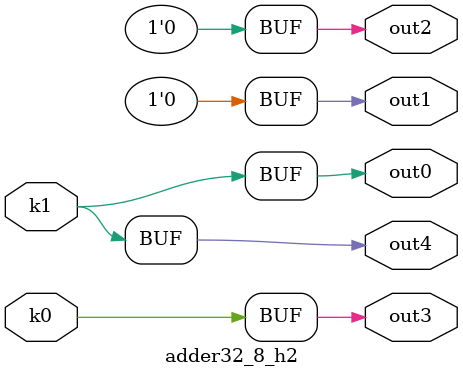
<source format=v>
module adder32_8(pi00, pi01, pi02, pi03, pi04, pi05, pi06, pi07, pi08, pi09, po0, po1, po2, po3, po4);
input pi00, pi01, pi02, pi03, pi04, pi05, pi06, pi07, pi08, pi09;
output po0, po1, po2, po3, po4;
wire k0, k1;
adder32_8_w2 DUT1 (pi00, pi01, pi02, pi03, pi04, pi05, pi06, pi07, pi08, pi09, k0, k1);
adder32_8_h2 DUT2 (k0, k1, po0, po1, po2, po3, po4);
endmodule

module adder32_8_w2(in9, in8, in7, in6, in5, in4, in3, in2, in1, in0, k1, k0);
input in9, in8, in7, in6, in5, in4, in3, in2, in1, in0;
output k1, k0;
assign k0 =   ((in8 ^ in4) & (((in9 | in5) & (in0 | ~in1)) | (in9 & in5))) | (((~in9 & ~in5) | (~in0 & in1 & (~in9 | ~in5))) & (~in8 ^ in4));
assign k1 =   ((~in9 ^ in5) & (in0 | ~in1)) | (~in0 & in1 & (in9 ^ in5));
endmodule

module adder32_8_h2(k1, k0, out4, out3, out2, out1, out0);
input k1, k0;
output out4, out3, out2, out1, out0;
assign out0 = k1;
assign out1 = 0;
assign out2 = 0;
assign out3 = k0;
assign out4 = k1;
endmodule

</source>
